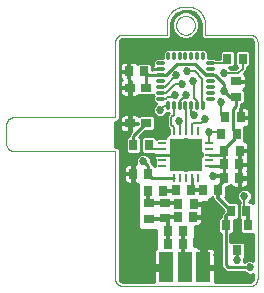
<source format=gtl>
G75*
%MOIN*%
%OFA0B0*%
%FSLAX25Y25*%
%IPPOS*%
%LPD*%
%AMOC8*
5,1,8,0,0,1.08239X$1,22.5*
%
%ADD10C,0.00000*%
%ADD11R,0.10630X0.10630*%
%ADD12R,0.02756X0.00984*%
%ADD13R,0.00984X0.02756*%
%ADD14R,0.02756X0.03543*%
%ADD15R,0.03543X0.02756*%
%ADD16R,0.03425X0.03071*%
%ADD17R,0.05000X0.10000*%
%ADD18R,0.03150X0.03543*%
%ADD19C,0.01181*%
%ADD20C,0.01000*%
%ADD21C,0.01600*%
%ADD22C,0.02700*%
%ADD23C,0.01200*%
%ADD24C,0.00800*%
D10*
X0060095Y0064000D02*
X0060095Y0106500D01*
X0026345Y0106500D01*
X0026247Y0106502D01*
X0026149Y0106508D01*
X0026051Y0106517D01*
X0025954Y0106531D01*
X0025857Y0106548D01*
X0025761Y0106569D01*
X0025666Y0106594D01*
X0025572Y0106622D01*
X0025480Y0106655D01*
X0025388Y0106690D01*
X0025298Y0106730D01*
X0025210Y0106772D01*
X0025123Y0106819D01*
X0025039Y0106868D01*
X0024956Y0106921D01*
X0024876Y0106977D01*
X0024797Y0107037D01*
X0024721Y0107099D01*
X0024648Y0107164D01*
X0024577Y0107232D01*
X0024509Y0107303D01*
X0024444Y0107376D01*
X0024382Y0107452D01*
X0024322Y0107531D01*
X0024266Y0107611D01*
X0024213Y0107694D01*
X0024164Y0107778D01*
X0024117Y0107865D01*
X0024075Y0107953D01*
X0024035Y0108043D01*
X0024000Y0108135D01*
X0023967Y0108227D01*
X0023939Y0108321D01*
X0023914Y0108416D01*
X0023893Y0108512D01*
X0023876Y0108609D01*
X0023862Y0108706D01*
X0023853Y0108804D01*
X0023847Y0108902D01*
X0023845Y0109000D01*
X0023845Y0115250D01*
X0023847Y0115348D01*
X0023853Y0115446D01*
X0023862Y0115544D01*
X0023876Y0115641D01*
X0023893Y0115738D01*
X0023914Y0115834D01*
X0023939Y0115929D01*
X0023967Y0116023D01*
X0024000Y0116115D01*
X0024035Y0116207D01*
X0024075Y0116297D01*
X0024117Y0116385D01*
X0024164Y0116472D01*
X0024213Y0116556D01*
X0024266Y0116639D01*
X0024322Y0116719D01*
X0024382Y0116798D01*
X0024444Y0116874D01*
X0024509Y0116947D01*
X0024577Y0117018D01*
X0024648Y0117086D01*
X0024721Y0117151D01*
X0024797Y0117213D01*
X0024876Y0117273D01*
X0024956Y0117329D01*
X0025039Y0117382D01*
X0025123Y0117431D01*
X0025210Y0117478D01*
X0025298Y0117520D01*
X0025388Y0117560D01*
X0025480Y0117595D01*
X0025572Y0117628D01*
X0025666Y0117656D01*
X0025761Y0117681D01*
X0025857Y0117702D01*
X0025954Y0117719D01*
X0026051Y0117733D01*
X0026149Y0117742D01*
X0026247Y0117748D01*
X0026345Y0117750D01*
X0060095Y0117750D01*
X0060095Y0142750D01*
X0060097Y0142848D01*
X0060103Y0142946D01*
X0060112Y0143044D01*
X0060126Y0143141D01*
X0060143Y0143238D01*
X0060164Y0143334D01*
X0060189Y0143429D01*
X0060217Y0143523D01*
X0060250Y0143615D01*
X0060285Y0143707D01*
X0060325Y0143797D01*
X0060367Y0143885D01*
X0060414Y0143972D01*
X0060463Y0144056D01*
X0060516Y0144139D01*
X0060572Y0144219D01*
X0060632Y0144298D01*
X0060694Y0144374D01*
X0060759Y0144447D01*
X0060827Y0144518D01*
X0060898Y0144586D01*
X0060971Y0144651D01*
X0061047Y0144713D01*
X0061126Y0144773D01*
X0061206Y0144829D01*
X0061289Y0144882D01*
X0061373Y0144931D01*
X0061460Y0144978D01*
X0061548Y0145020D01*
X0061638Y0145060D01*
X0061730Y0145095D01*
X0061822Y0145128D01*
X0061916Y0145156D01*
X0062011Y0145181D01*
X0062107Y0145202D01*
X0062204Y0145219D01*
X0062301Y0145233D01*
X0062399Y0145242D01*
X0062497Y0145248D01*
X0062595Y0145250D01*
X0077283Y0145250D01*
X0077283Y0148183D01*
X0077282Y0148182D02*
X0077272Y0148334D01*
X0077266Y0148485D01*
X0077264Y0148637D01*
X0077266Y0148789D01*
X0077271Y0148941D01*
X0077280Y0149092D01*
X0077293Y0149243D01*
X0077310Y0149394D01*
X0077331Y0149545D01*
X0077356Y0149695D01*
X0077384Y0149844D01*
X0077416Y0149992D01*
X0077452Y0150140D01*
X0077491Y0150286D01*
X0077535Y0150432D01*
X0077582Y0150576D01*
X0077632Y0150719D01*
X0077686Y0150861D01*
X0077744Y0151001D01*
X0077805Y0151140D01*
X0077870Y0151277D01*
X0077939Y0151413D01*
X0078010Y0151547D01*
X0078085Y0151679D01*
X0078164Y0151809D01*
X0078245Y0151937D01*
X0078330Y0152063D01*
X0078418Y0152186D01*
X0078509Y0152308D01*
X0078603Y0152427D01*
X0078701Y0152544D01*
X0078801Y0152658D01*
X0078904Y0152769D01*
X0079009Y0152878D01*
X0079118Y0152984D01*
X0079229Y0153088D01*
X0079343Y0153188D01*
X0079459Y0153286D01*
X0079577Y0153381D01*
X0079698Y0153473D01*
X0079822Y0153561D01*
X0079947Y0153647D01*
X0080075Y0153729D01*
X0080204Y0153808D01*
X0080336Y0153883D01*
X0080469Y0153956D01*
X0080605Y0154025D01*
X0080742Y0154090D01*
X0080880Y0154152D01*
X0081020Y0154210D01*
X0081162Y0154265D01*
X0081305Y0154316D01*
X0081449Y0154364D01*
X0081594Y0154408D01*
X0081741Y0154448D01*
X0081888Y0154485D01*
X0082036Y0154518D01*
X0082185Y0154547D01*
X0082335Y0154572D01*
X0082485Y0154593D01*
X0082636Y0154611D01*
X0082787Y0154625D01*
X0084151Y0154625D01*
X0084302Y0154627D01*
X0084454Y0154625D01*
X0084605Y0154619D01*
X0084757Y0154610D01*
X0084908Y0154596D01*
X0085058Y0154578D01*
X0085208Y0154556D01*
X0085358Y0154531D01*
X0085506Y0154501D01*
X0085654Y0154468D01*
X0085801Y0154431D01*
X0085947Y0154390D01*
X0086092Y0154345D01*
X0086235Y0154296D01*
X0086378Y0154244D01*
X0086518Y0154188D01*
X0086658Y0154128D01*
X0086795Y0154065D01*
X0086931Y0153998D01*
X0087066Y0153928D01*
X0087198Y0153854D01*
X0087328Y0153776D01*
X0087457Y0153695D01*
X0087583Y0153611D01*
X0087706Y0153524D01*
X0087828Y0153433D01*
X0087947Y0153340D01*
X0088064Y0153243D01*
X0088178Y0153143D01*
X0088289Y0153040D01*
X0088398Y0152934D01*
X0088504Y0152826D01*
X0088607Y0152715D01*
X0088707Y0152601D01*
X0088804Y0152484D01*
X0088898Y0152365D01*
X0088988Y0152244D01*
X0089076Y0152120D01*
X0089160Y0151994D01*
X0089241Y0151866D01*
X0089319Y0151736D01*
X0089393Y0151604D01*
X0089464Y0151470D01*
X0089531Y0151334D01*
X0089595Y0151196D01*
X0089654Y0151057D01*
X0089711Y0150916D01*
X0089763Y0150774D01*
X0089812Y0150631D01*
X0089857Y0150486D01*
X0089898Y0150340D01*
X0089936Y0150193D01*
X0089970Y0150045D01*
X0089999Y0149897D01*
X0090025Y0149747D01*
X0090047Y0149597D01*
X0090065Y0149447D01*
X0090079Y0149296D01*
X0090089Y0149145D01*
X0090095Y0148993D01*
X0090095Y0145250D01*
X0105095Y0145250D01*
X0105193Y0145248D01*
X0105291Y0145242D01*
X0105389Y0145233D01*
X0105486Y0145219D01*
X0105583Y0145202D01*
X0105679Y0145181D01*
X0105774Y0145156D01*
X0105868Y0145128D01*
X0105960Y0145095D01*
X0106052Y0145060D01*
X0106142Y0145020D01*
X0106230Y0144978D01*
X0106317Y0144931D01*
X0106401Y0144882D01*
X0106484Y0144829D01*
X0106564Y0144773D01*
X0106643Y0144713D01*
X0106719Y0144651D01*
X0106792Y0144586D01*
X0106863Y0144518D01*
X0106931Y0144447D01*
X0106996Y0144374D01*
X0107058Y0144298D01*
X0107118Y0144219D01*
X0107174Y0144139D01*
X0107227Y0144056D01*
X0107276Y0143972D01*
X0107323Y0143885D01*
X0107365Y0143797D01*
X0107405Y0143707D01*
X0107440Y0143615D01*
X0107473Y0143523D01*
X0107501Y0143429D01*
X0107526Y0143334D01*
X0107547Y0143238D01*
X0107564Y0143141D01*
X0107578Y0143044D01*
X0107587Y0142946D01*
X0107593Y0142848D01*
X0107595Y0142750D01*
X0107595Y0063989D01*
X0107596Y0063990D02*
X0107593Y0063891D01*
X0107587Y0063793D01*
X0107576Y0063695D01*
X0107562Y0063598D01*
X0107544Y0063502D01*
X0107522Y0063406D01*
X0107497Y0063311D01*
X0107467Y0063217D01*
X0107435Y0063124D01*
X0107398Y0063033D01*
X0107358Y0062943D01*
X0107315Y0062855D01*
X0107268Y0062769D01*
X0107217Y0062684D01*
X0107164Y0062602D01*
X0107107Y0062522D01*
X0107047Y0062444D01*
X0106984Y0062368D01*
X0106919Y0062295D01*
X0106850Y0062225D01*
X0106779Y0062157D01*
X0106705Y0062092D01*
X0106629Y0062030D01*
X0106550Y0061971D01*
X0106469Y0061915D01*
X0106386Y0061863D01*
X0106301Y0061814D01*
X0106214Y0061768D01*
X0106125Y0061725D01*
X0106035Y0061686D01*
X0105944Y0061651D01*
X0105851Y0061619D01*
X0105756Y0061591D01*
X0105661Y0061567D01*
X0105565Y0061546D01*
X0105468Y0061529D01*
X0105371Y0061516D01*
X0105273Y0061507D01*
X0105175Y0061502D01*
X0105077Y0061500D01*
X0105076Y0061500D02*
X0062595Y0061500D01*
X0062497Y0061502D01*
X0062399Y0061508D01*
X0062301Y0061517D01*
X0062204Y0061531D01*
X0062107Y0061548D01*
X0062011Y0061569D01*
X0061916Y0061594D01*
X0061822Y0061622D01*
X0061730Y0061655D01*
X0061638Y0061690D01*
X0061548Y0061730D01*
X0061460Y0061772D01*
X0061373Y0061819D01*
X0061289Y0061868D01*
X0061206Y0061921D01*
X0061126Y0061977D01*
X0061047Y0062037D01*
X0060971Y0062099D01*
X0060898Y0062164D01*
X0060827Y0062232D01*
X0060759Y0062303D01*
X0060694Y0062376D01*
X0060632Y0062452D01*
X0060572Y0062531D01*
X0060516Y0062611D01*
X0060463Y0062694D01*
X0060414Y0062778D01*
X0060367Y0062865D01*
X0060325Y0062953D01*
X0060285Y0063043D01*
X0060250Y0063135D01*
X0060217Y0063227D01*
X0060189Y0063321D01*
X0060164Y0063416D01*
X0060143Y0063512D01*
X0060126Y0063609D01*
X0060112Y0063706D01*
X0060103Y0063804D01*
X0060097Y0063902D01*
X0060095Y0064000D01*
X0080470Y0148388D02*
X0080472Y0148500D01*
X0080478Y0148611D01*
X0080488Y0148722D01*
X0080502Y0148833D01*
X0080520Y0148943D01*
X0080541Y0149052D01*
X0080567Y0149161D01*
X0080597Y0149268D01*
X0080630Y0149375D01*
X0080667Y0149480D01*
X0080708Y0149584D01*
X0080752Y0149686D01*
X0080801Y0149787D01*
X0080852Y0149886D01*
X0080907Y0149983D01*
X0080966Y0150078D01*
X0081028Y0150170D01*
X0081093Y0150261D01*
X0081162Y0150349D01*
X0081233Y0150434D01*
X0081308Y0150517D01*
X0081385Y0150598D01*
X0081466Y0150675D01*
X0081549Y0150750D01*
X0081634Y0150821D01*
X0081722Y0150890D01*
X0081813Y0150955D01*
X0081905Y0151017D01*
X0082000Y0151076D01*
X0082097Y0151131D01*
X0082196Y0151182D01*
X0082297Y0151231D01*
X0082399Y0151275D01*
X0082503Y0151316D01*
X0082608Y0151353D01*
X0082715Y0151386D01*
X0082822Y0151416D01*
X0082931Y0151442D01*
X0083040Y0151463D01*
X0083150Y0151481D01*
X0083261Y0151495D01*
X0083372Y0151505D01*
X0083483Y0151511D01*
X0083595Y0151513D01*
X0083707Y0151511D01*
X0083818Y0151505D01*
X0083929Y0151495D01*
X0084040Y0151481D01*
X0084150Y0151463D01*
X0084259Y0151442D01*
X0084368Y0151416D01*
X0084475Y0151386D01*
X0084582Y0151353D01*
X0084687Y0151316D01*
X0084791Y0151275D01*
X0084893Y0151231D01*
X0084994Y0151182D01*
X0085093Y0151131D01*
X0085190Y0151076D01*
X0085285Y0151017D01*
X0085377Y0150955D01*
X0085468Y0150890D01*
X0085556Y0150821D01*
X0085641Y0150750D01*
X0085724Y0150675D01*
X0085805Y0150598D01*
X0085882Y0150517D01*
X0085957Y0150434D01*
X0086028Y0150349D01*
X0086097Y0150261D01*
X0086162Y0150170D01*
X0086224Y0150078D01*
X0086283Y0149983D01*
X0086338Y0149886D01*
X0086389Y0149787D01*
X0086438Y0149686D01*
X0086482Y0149584D01*
X0086523Y0149480D01*
X0086560Y0149375D01*
X0086593Y0149268D01*
X0086623Y0149161D01*
X0086649Y0149052D01*
X0086670Y0148943D01*
X0086688Y0148833D01*
X0086702Y0148722D01*
X0086712Y0148611D01*
X0086718Y0148500D01*
X0086720Y0148388D01*
X0086718Y0148276D01*
X0086712Y0148165D01*
X0086702Y0148054D01*
X0086688Y0147943D01*
X0086670Y0147833D01*
X0086649Y0147724D01*
X0086623Y0147615D01*
X0086593Y0147508D01*
X0086560Y0147401D01*
X0086523Y0147296D01*
X0086482Y0147192D01*
X0086438Y0147090D01*
X0086389Y0146989D01*
X0086338Y0146890D01*
X0086283Y0146793D01*
X0086224Y0146698D01*
X0086162Y0146606D01*
X0086097Y0146515D01*
X0086028Y0146427D01*
X0085957Y0146342D01*
X0085882Y0146259D01*
X0085805Y0146178D01*
X0085724Y0146101D01*
X0085641Y0146026D01*
X0085556Y0145955D01*
X0085468Y0145886D01*
X0085377Y0145821D01*
X0085285Y0145759D01*
X0085190Y0145700D01*
X0085093Y0145645D01*
X0084994Y0145594D01*
X0084893Y0145545D01*
X0084791Y0145501D01*
X0084687Y0145460D01*
X0084582Y0145423D01*
X0084475Y0145390D01*
X0084368Y0145360D01*
X0084259Y0145334D01*
X0084150Y0145313D01*
X0084040Y0145295D01*
X0083929Y0145281D01*
X0083818Y0145271D01*
X0083707Y0145265D01*
X0083595Y0145263D01*
X0083483Y0145265D01*
X0083372Y0145271D01*
X0083261Y0145281D01*
X0083150Y0145295D01*
X0083040Y0145313D01*
X0082931Y0145334D01*
X0082822Y0145360D01*
X0082715Y0145390D01*
X0082608Y0145423D01*
X0082503Y0145460D01*
X0082399Y0145501D01*
X0082297Y0145545D01*
X0082196Y0145594D01*
X0082097Y0145645D01*
X0082000Y0145700D01*
X0081905Y0145759D01*
X0081813Y0145821D01*
X0081722Y0145886D01*
X0081634Y0145955D01*
X0081549Y0146026D01*
X0081466Y0146101D01*
X0081385Y0146178D01*
X0081308Y0146259D01*
X0081233Y0146342D01*
X0081162Y0146427D01*
X0081093Y0146515D01*
X0081028Y0146606D01*
X0080966Y0146698D01*
X0080907Y0146793D01*
X0080852Y0146890D01*
X0080801Y0146989D01*
X0080752Y0147090D01*
X0080708Y0147192D01*
X0080667Y0147296D01*
X0080630Y0147401D01*
X0080597Y0147508D01*
X0080567Y0147615D01*
X0080541Y0147724D01*
X0080520Y0147833D01*
X0080502Y0147943D01*
X0080488Y0148054D01*
X0080478Y0148165D01*
X0080472Y0148276D01*
X0080470Y0148388D01*
D11*
X0083648Y0105329D03*
D12*
X0075892Y0105329D03*
X0075892Y0107297D03*
X0075892Y0109266D03*
X0075892Y0103360D03*
X0075892Y0101392D03*
X0091404Y0101392D03*
X0091404Y0103360D03*
X0091404Y0105329D03*
X0091404Y0107297D03*
X0091404Y0109266D03*
D13*
X0087585Y0113085D03*
X0085617Y0113085D03*
X0083648Y0113085D03*
X0081680Y0113085D03*
X0079711Y0113085D03*
X0079711Y0097573D03*
X0081680Y0097573D03*
X0083648Y0097573D03*
X0085617Y0097573D03*
X0087585Y0097573D03*
D14*
X0089338Y0093584D03*
X0085457Y0093535D03*
X0086263Y0088862D03*
X0086091Y0084589D03*
X0082852Y0079893D03*
X0082704Y0075538D03*
X0077586Y0075538D03*
X0077734Y0079893D03*
X0080973Y0084589D03*
X0081145Y0088862D03*
X0080339Y0093535D03*
X0076177Y0093247D03*
X0071059Y0093247D03*
X0071188Y0098927D03*
X0066070Y0098927D03*
X0066241Y0108522D03*
X0071360Y0108522D03*
X0069842Y0133063D03*
X0064724Y0133063D03*
X0094456Y0093584D03*
X0096330Y0097509D03*
X0096355Y0102132D03*
X0096530Y0106575D03*
X0095543Y0112258D03*
X0096911Y0117750D03*
X0100661Y0112258D03*
X0101648Y0106575D03*
X0101473Y0102132D03*
X0101448Y0097509D03*
X0103904Y0086500D03*
X0098786Y0086500D03*
X0102029Y0117750D03*
X0102617Y0137263D03*
X0097499Y0137263D03*
D15*
X0100408Y0129684D03*
X0100408Y0124566D03*
X0076826Y0089322D03*
X0076826Y0084204D03*
X0071395Y0083916D03*
X0071395Y0089034D03*
D16*
X0070442Y0115722D03*
X0065088Y0115722D03*
X0065088Y0127652D03*
X0070442Y0127652D03*
D17*
X0076920Y0067675D03*
X0083258Y0067725D03*
X0089570Y0067675D03*
D18*
X0096967Y0081712D03*
X0100708Y0073444D03*
X0104448Y0081712D03*
D19*
X0089485Y0120823D02*
X0089485Y0122399D01*
X0089485Y0120823D02*
X0089485Y0120823D01*
X0089485Y0122399D01*
X0089485Y0122399D01*
X0089485Y0122003D02*
X0089485Y0122003D01*
X0087516Y0122399D02*
X0087516Y0120823D01*
X0087516Y0120823D01*
X0087516Y0122399D01*
X0087516Y0122399D01*
X0087516Y0122003D02*
X0087516Y0122003D01*
X0085548Y0122399D02*
X0085548Y0120823D01*
X0085548Y0120823D01*
X0085548Y0122399D01*
X0085548Y0122399D01*
X0085548Y0122003D02*
X0085548Y0122003D01*
X0083579Y0122399D02*
X0083579Y0120823D01*
X0083579Y0120823D01*
X0083579Y0122399D01*
X0083579Y0122399D01*
X0083579Y0122003D02*
X0083579Y0122003D01*
X0081611Y0122399D02*
X0081611Y0120823D01*
X0081611Y0120823D01*
X0081611Y0122399D01*
X0081611Y0122399D01*
X0081611Y0122003D02*
X0081611Y0122003D01*
X0079642Y0122399D02*
X0079642Y0120823D01*
X0079642Y0120823D01*
X0079642Y0122399D01*
X0079642Y0122399D01*
X0079642Y0122003D02*
X0079642Y0122003D01*
X0077674Y0122399D02*
X0077674Y0120823D01*
X0077674Y0120823D01*
X0077674Y0122399D01*
X0077674Y0122399D01*
X0077674Y0122003D02*
X0077674Y0122003D01*
X0076100Y0123973D02*
X0074524Y0123973D01*
X0074524Y0123973D01*
X0076100Y0123973D01*
X0076100Y0123973D01*
X0076100Y0125941D02*
X0074524Y0125941D01*
X0074524Y0125941D01*
X0076100Y0125941D01*
X0076100Y0125941D01*
X0076100Y0127910D02*
X0074524Y0127910D01*
X0074524Y0127910D01*
X0076100Y0127910D01*
X0076100Y0127910D01*
X0076100Y0129878D02*
X0074524Y0129878D01*
X0074524Y0129878D01*
X0076100Y0129878D01*
X0076100Y0129878D01*
X0076100Y0131847D02*
X0074524Y0131847D01*
X0074524Y0131847D01*
X0076100Y0131847D01*
X0076100Y0131847D01*
X0076100Y0133815D02*
X0074524Y0133815D01*
X0074524Y0133815D01*
X0076100Y0133815D01*
X0076100Y0133815D01*
X0076100Y0135784D02*
X0074524Y0135784D01*
X0074524Y0135784D01*
X0076100Y0135784D01*
X0076100Y0135784D01*
X0077674Y0137358D02*
X0077674Y0138934D01*
X0077674Y0138934D01*
X0077674Y0137358D01*
X0077674Y0137358D01*
X0077674Y0138538D02*
X0077674Y0138538D01*
X0079642Y0138934D02*
X0079642Y0137358D01*
X0079642Y0138934D02*
X0079642Y0138934D01*
X0079642Y0137358D01*
X0079642Y0137358D01*
X0079642Y0138538D02*
X0079642Y0138538D01*
X0081611Y0138934D02*
X0081611Y0137358D01*
X0081611Y0138934D02*
X0081611Y0138934D01*
X0081611Y0137358D01*
X0081611Y0137358D01*
X0081611Y0138538D02*
X0081611Y0138538D01*
X0083579Y0138934D02*
X0083579Y0137358D01*
X0083579Y0138934D02*
X0083579Y0138934D01*
X0083579Y0137358D01*
X0083579Y0137358D01*
X0083579Y0138538D02*
X0083579Y0138538D01*
X0085548Y0138934D02*
X0085548Y0137358D01*
X0085548Y0138934D02*
X0085548Y0138934D01*
X0085548Y0137358D01*
X0085548Y0137358D01*
X0085548Y0138538D02*
X0085548Y0138538D01*
X0087516Y0138934D02*
X0087516Y0137358D01*
X0087516Y0138934D02*
X0087516Y0138934D01*
X0087516Y0137358D01*
X0087516Y0137358D01*
X0087516Y0138538D02*
X0087516Y0138538D01*
X0089485Y0138934D02*
X0089485Y0137358D01*
X0089485Y0138934D02*
X0089485Y0138934D01*
X0089485Y0137358D01*
X0089485Y0137358D01*
X0089485Y0138538D02*
X0089485Y0138538D01*
X0091059Y0135784D02*
X0092635Y0135784D01*
X0092635Y0135784D01*
X0091059Y0135784D01*
X0091059Y0135784D01*
X0091059Y0133815D02*
X0092635Y0133815D01*
X0092635Y0133815D01*
X0091059Y0133815D01*
X0091059Y0133815D01*
X0091059Y0131847D02*
X0092635Y0131847D01*
X0092635Y0131847D01*
X0091059Y0131847D01*
X0091059Y0131847D01*
X0091059Y0129878D02*
X0092635Y0129878D01*
X0092635Y0129878D01*
X0091059Y0129878D01*
X0091059Y0129878D01*
X0091059Y0127910D02*
X0092635Y0127910D01*
X0092635Y0127910D01*
X0091059Y0127910D01*
X0091059Y0127910D01*
X0091059Y0125941D02*
X0092635Y0125941D01*
X0092635Y0125941D01*
X0091059Y0125941D01*
X0091059Y0125941D01*
X0091059Y0123973D02*
X0092635Y0123973D01*
X0092635Y0123973D01*
X0091059Y0123973D01*
X0091059Y0123973D01*
D20*
X0096345Y0126500D02*
X0096345Y0129000D01*
X0093498Y0131847D01*
X0091847Y0131847D01*
X0090311Y0131847D01*
X0086670Y0135488D01*
X0080588Y0135488D01*
X0076947Y0131847D01*
X0075312Y0131847D01*
X0071057Y0131847D01*
X0069842Y0133063D01*
X0070442Y0132462D01*
X0070442Y0127652D01*
X0072834Y0125240D02*
X0073118Y0124957D01*
X0072834Y0124673D01*
X0072834Y0123272D01*
X0073758Y0122348D01*
X0073707Y0122327D01*
X0073018Y0121638D01*
X0072645Y0120737D01*
X0072645Y0119763D01*
X0073018Y0118862D01*
X0073707Y0118173D01*
X0074608Y0117800D01*
X0075582Y0117800D01*
X0076483Y0118173D01*
X0077172Y0118862D01*
X0077284Y0119133D01*
X0078106Y0119133D01*
X0077345Y0118371D01*
X0077345Y0114629D01*
X0078119Y0113855D01*
X0078119Y0112139D01*
X0077754Y0112041D01*
X0077412Y0111844D01*
X0077133Y0111565D01*
X0076936Y0111223D01*
X0076838Y0110858D01*
X0074059Y0110858D01*
X0073837Y0110637D01*
X0073837Y0110750D01*
X0073193Y0111394D01*
X0069526Y0111394D01*
X0068882Y0110750D01*
X0068882Y0106295D01*
X0069526Y0105651D01*
X0073014Y0105651D01*
X0073014Y0105329D01*
X0075892Y0105329D01*
X0075892Y0105329D01*
X0073014Y0105329D01*
X0073014Y0104639D01*
X0073117Y0104258D01*
X0073314Y0103916D01*
X0073414Y0103815D01*
X0073414Y0102412D01*
X0073451Y0102376D01*
X0073414Y0102339D01*
X0073414Y0101405D01*
X0073021Y0101798D01*
X0072788Y0101798D01*
X0072788Y0102008D01*
X0071970Y0102825D01*
X0071970Y0103500D01*
X0071597Y0104400D01*
X0070908Y0105090D01*
X0070007Y0105462D01*
X0069033Y0105462D01*
X0068132Y0105090D01*
X0067443Y0104400D01*
X0067070Y0103500D01*
X0067070Y0102525D01*
X0067206Y0102198D01*
X0066259Y0102198D01*
X0066259Y0099116D01*
X0065881Y0099116D01*
X0065881Y0102198D01*
X0064494Y0102198D01*
X0064113Y0102096D01*
X0063771Y0101899D01*
X0063491Y0101619D01*
X0063294Y0101277D01*
X0063192Y0100896D01*
X0063192Y0099116D01*
X0065880Y0099116D01*
X0065880Y0098738D01*
X0063192Y0098738D01*
X0063192Y0096957D01*
X0063294Y0096576D01*
X0063491Y0096234D01*
X0063771Y0095955D01*
X0064113Y0095757D01*
X0064494Y0095655D01*
X0065881Y0095655D01*
X0065881Y0098738D01*
X0066259Y0098738D01*
X0066259Y0095655D01*
X0067595Y0095655D01*
X0067595Y0064000D01*
X0072920Y0064000D01*
X0072920Y0063000D01*
X0062595Y0063000D01*
X0062336Y0063034D01*
X0061888Y0063293D01*
X0061629Y0063741D01*
X0061595Y0064000D01*
X0061595Y0107121D01*
X0060716Y0108000D01*
X0060095Y0108000D01*
X0060095Y0116250D01*
X0060716Y0116250D01*
X0061595Y0117129D01*
X0061595Y0142750D01*
X0061629Y0143009D01*
X0061888Y0143457D01*
X0062336Y0143716D01*
X0062595Y0143750D01*
X0077904Y0143750D01*
X0078783Y0144629D01*
X0078783Y0147629D01*
X0078827Y0147681D01*
X0078783Y0148241D01*
X0078783Y0148532D01*
X0078796Y0149180D01*
X0079338Y0150847D01*
X0080476Y0152180D01*
X0082038Y0152975D01*
X0082879Y0153125D01*
X0083553Y0153125D01*
X0083570Y0153109D01*
X0084171Y0153125D01*
X0084199Y0153125D01*
X0085030Y0153066D01*
X0086593Y0152467D01*
X0087809Y0151316D01*
X0088491Y0149787D01*
X0088595Y0148957D01*
X0088595Y0144629D01*
X0089474Y0143750D01*
X0105095Y0143750D01*
X0105354Y0143716D01*
X0105802Y0143457D01*
X0106061Y0143009D01*
X0106095Y0142750D01*
X0106095Y0089014D01*
X0105738Y0089372D01*
X0104720Y0089372D01*
X0104720Y0089535D01*
X0105297Y0090112D01*
X0105670Y0091013D01*
X0105670Y0091987D01*
X0105297Y0092888D01*
X0104608Y0093577D01*
X0103707Y0093950D01*
X0102733Y0093950D01*
X0101832Y0093577D01*
X0101143Y0092888D01*
X0100770Y0091987D01*
X0100770Y0091013D01*
X0101143Y0090112D01*
X0101720Y0089535D01*
X0101720Y0089021D01*
X0101426Y0088727D01*
X0101426Y0084273D01*
X0101773Y0083926D01*
X0101773Y0079485D01*
X0102417Y0078840D01*
X0106095Y0078840D01*
X0106095Y0069988D01*
X0105582Y0070200D01*
X0104608Y0070200D01*
X0103707Y0069827D01*
X0103230Y0069350D01*
X0102982Y0069350D01*
X0103158Y0069775D01*
X0103158Y0070750D01*
X0103087Y0070921D01*
X0103382Y0071217D01*
X0103382Y0075672D01*
X0102738Y0076316D01*
X0098677Y0076316D01*
X0098567Y0076206D01*
X0098567Y0078840D01*
X0098998Y0078840D01*
X0099642Y0079485D01*
X0099642Y0083628D01*
X0100620Y0083628D01*
X0101264Y0084273D01*
X0101264Y0088727D01*
X0100620Y0089372D01*
X0098319Y0089372D01*
X0096634Y0091056D01*
X0096934Y0091356D01*
X0096934Y0094637D01*
X0098164Y0094637D01*
X0098677Y0095150D01*
X0098870Y0094816D01*
X0099149Y0094537D01*
X0099491Y0094339D01*
X0099873Y0094237D01*
X0101259Y0094237D01*
X0101259Y0097320D01*
X0101637Y0097320D01*
X0101637Y0097698D01*
X0101259Y0097698D01*
X0101259Y0098861D01*
X0101284Y0098861D01*
X0101284Y0101943D01*
X0101662Y0101943D01*
X0101662Y0100780D01*
X0101637Y0100780D01*
X0101637Y0097698D01*
X0104326Y0097698D01*
X0104326Y0099478D01*
X0104246Y0099777D01*
X0104249Y0099782D01*
X0104351Y0100163D01*
X0104351Y0101943D01*
X0101662Y0101943D01*
X0101662Y0102321D01*
X0104351Y0102321D01*
X0104351Y0104098D01*
X0104424Y0104224D01*
X0104526Y0104606D01*
X0104526Y0106386D01*
X0101837Y0106386D01*
X0101837Y0105404D01*
X0101662Y0105404D01*
X0101662Y0102321D01*
X0101284Y0102321D01*
X0101284Y0103303D01*
X0101459Y0103303D01*
X0101459Y0106386D01*
X0101837Y0106386D01*
X0101837Y0106764D01*
X0104526Y0106764D01*
X0104526Y0108544D01*
X0104424Y0108926D01*
X0104226Y0109268D01*
X0103947Y0109547D01*
X0103605Y0109744D01*
X0103224Y0109847D01*
X0102955Y0109847D01*
X0103139Y0110031D01*
X0103139Y0114478D01*
X0103605Y0114478D01*
X0103986Y0114581D01*
X0104328Y0114778D01*
X0104607Y0115057D01*
X0104805Y0115399D01*
X0104907Y0115781D01*
X0104907Y0117561D01*
X0102218Y0117561D01*
X0102218Y0117939D01*
X0101840Y0117939D01*
X0101840Y0120670D01*
X0102008Y0120837D01*
X0102008Y0122088D01*
X0102635Y0122088D01*
X0103279Y0122732D01*
X0103279Y0126400D01*
X0102766Y0126913D01*
X0103100Y0127106D01*
X0103380Y0127385D01*
X0103577Y0127727D01*
X0103679Y0128109D01*
X0103679Y0129495D01*
X0100597Y0129495D01*
X0100597Y0129873D01*
X0103679Y0129873D01*
X0103679Y0131259D01*
X0103577Y0131641D01*
X0103380Y0131983D01*
X0103100Y0132262D01*
X0103023Y0132307D01*
X0103216Y0132500D01*
X0104095Y0133379D01*
X0104095Y0134391D01*
X0104450Y0134391D01*
X0105095Y0135035D01*
X0105095Y0139490D01*
X0104450Y0140134D01*
X0100783Y0140134D01*
X0100139Y0139490D01*
X0100139Y0135035D01*
X0100783Y0134391D01*
X0100865Y0134391D01*
X0100399Y0133925D01*
X0098435Y0133925D01*
X0097969Y0134391D01*
X0099332Y0134391D01*
X0099977Y0135035D01*
X0099977Y0139490D01*
X0099332Y0140134D01*
X0095665Y0140134D01*
X0095021Y0139490D01*
X0095021Y0137284D01*
X0093525Y0137284D01*
X0093335Y0137474D01*
X0091175Y0137474D01*
X0091175Y0139634D01*
X0090185Y0140624D01*
X0088785Y0140624D01*
X0088501Y0140340D01*
X0088217Y0140624D01*
X0086816Y0140624D01*
X0086532Y0140340D01*
X0086248Y0140624D01*
X0084848Y0140624D01*
X0084564Y0140340D01*
X0084280Y0140624D01*
X0082879Y0140624D01*
X0082595Y0140340D01*
X0082311Y0140624D01*
X0080911Y0140624D01*
X0080627Y0140340D01*
X0080343Y0140624D01*
X0078942Y0140624D01*
X0078658Y0140340D01*
X0078374Y0140624D01*
X0076974Y0140624D01*
X0075983Y0139634D01*
X0075983Y0137474D01*
X0073824Y0137474D01*
X0072834Y0136484D01*
X0072834Y0135084D01*
X0072839Y0135078D01*
X0072576Y0134622D01*
X0072434Y0134090D01*
X0072434Y0133815D01*
X0072434Y0133540D01*
X0072459Y0133447D01*
X0072320Y0133447D01*
X0072320Y0135290D01*
X0071675Y0135934D01*
X0068008Y0135934D01*
X0067495Y0135421D01*
X0067302Y0135755D01*
X0067023Y0136034D01*
X0066681Y0136232D01*
X0066299Y0136334D01*
X0064913Y0136334D01*
X0064913Y0133252D01*
X0064535Y0133252D01*
X0064535Y0136334D01*
X0063148Y0136334D01*
X0062767Y0136232D01*
X0062425Y0136034D01*
X0062145Y0135755D01*
X0061948Y0135413D01*
X0061846Y0135032D01*
X0061846Y0133251D01*
X0064535Y0133251D01*
X0064535Y0132873D01*
X0064913Y0132873D01*
X0064913Y0129791D01*
X0065355Y0129791D01*
X0065355Y0127919D01*
X0064820Y0127919D01*
X0064820Y0127384D01*
X0061875Y0127384D01*
X0061875Y0125919D01*
X0061977Y0125537D01*
X0062175Y0125195D01*
X0062454Y0124916D01*
X0062796Y0124718D01*
X0063178Y0124616D01*
X0064820Y0124616D01*
X0064820Y0127384D01*
X0065355Y0127384D01*
X0065355Y0124616D01*
X0066998Y0124616D01*
X0067379Y0124718D01*
X0067721Y0124916D01*
X0068001Y0125195D01*
X0068035Y0125255D01*
X0068274Y0125016D01*
X0072610Y0125016D01*
X0072834Y0125240D01*
X0072834Y0124406D02*
X0061595Y0124406D01*
X0061595Y0123408D02*
X0072834Y0123408D01*
X0073697Y0122409D02*
X0061595Y0122409D01*
X0061595Y0121411D02*
X0072924Y0121411D01*
X0072645Y0120412D02*
X0061595Y0120412D01*
X0061595Y0119414D02*
X0072790Y0119414D01*
X0072610Y0118358D02*
X0068274Y0118358D01*
X0068035Y0118119D01*
X0068001Y0118179D01*
X0067721Y0118458D01*
X0067379Y0118656D01*
X0066998Y0118758D01*
X0065355Y0118758D01*
X0065355Y0115990D01*
X0064820Y0115990D01*
X0064820Y0115455D01*
X0061875Y0115455D01*
X0061875Y0113990D01*
X0061977Y0113608D01*
X0062175Y0113266D01*
X0062454Y0112987D01*
X0062796Y0112789D01*
X0063178Y0112687D01*
X0064820Y0112687D01*
X0064820Y0115455D01*
X0065355Y0115455D01*
X0065355Y0112899D01*
X0064641Y0112184D01*
X0064641Y0111394D01*
X0064408Y0111394D01*
X0063763Y0110750D01*
X0063763Y0106295D01*
X0064408Y0105651D01*
X0068075Y0105651D01*
X0068719Y0106295D01*
X0068719Y0110750D01*
X0068226Y0111243D01*
X0070069Y0113087D01*
X0072610Y0113087D01*
X0073255Y0113731D01*
X0073255Y0117714D01*
X0072610Y0118358D01*
X0073465Y0118415D02*
X0067764Y0118415D01*
X0065355Y0118415D02*
X0064820Y0118415D01*
X0064820Y0118758D02*
X0063178Y0118758D01*
X0062796Y0118656D01*
X0062454Y0118458D01*
X0062175Y0118179D01*
X0061977Y0117837D01*
X0061875Y0117455D01*
X0061875Y0115990D01*
X0064820Y0115990D01*
X0064820Y0118758D01*
X0064820Y0117417D02*
X0065355Y0117417D01*
X0065355Y0116418D02*
X0064820Y0116418D01*
X0065356Y0115990D02*
X0067629Y0115990D01*
X0067629Y0115455D01*
X0065356Y0115455D01*
X0065356Y0115990D01*
X0065355Y0115420D02*
X0064820Y0115420D01*
X0064820Y0114421D02*
X0065355Y0114421D01*
X0065355Y0113423D02*
X0064820Y0113423D01*
X0064881Y0112424D02*
X0060095Y0112424D01*
X0060095Y0111426D02*
X0064641Y0111426D01*
X0063763Y0110427D02*
X0060095Y0110427D01*
X0060095Y0109429D02*
X0063763Y0109429D01*
X0063763Y0108430D02*
X0060095Y0108430D01*
X0061285Y0107432D02*
X0063763Y0107432D01*
X0063763Y0106433D02*
X0061595Y0106433D01*
X0061595Y0105434D02*
X0068965Y0105434D01*
X0068882Y0106433D02*
X0068719Y0106433D01*
X0068719Y0107432D02*
X0068882Y0107432D01*
X0068882Y0108430D02*
X0068719Y0108430D01*
X0068719Y0109429D02*
X0068882Y0109429D01*
X0068882Y0110427D02*
X0068719Y0110427D01*
X0068408Y0111426D02*
X0077053Y0111426D01*
X0078119Y0112424D02*
X0069406Y0112424D01*
X0069520Y0114800D02*
X0070442Y0115722D01*
X0066241Y0111522D01*
X0066241Y0108522D01*
X0067479Y0104436D02*
X0061595Y0104436D01*
X0061595Y0103437D02*
X0067070Y0103437D01*
X0067106Y0102439D02*
X0061595Y0102439D01*
X0061595Y0101440D02*
X0063388Y0101440D01*
X0063192Y0100442D02*
X0061595Y0100442D01*
X0061595Y0099443D02*
X0063192Y0099443D01*
X0063192Y0098445D02*
X0061595Y0098445D01*
X0061595Y0097446D02*
X0063192Y0097446D01*
X0063368Y0096448D02*
X0061595Y0096448D01*
X0061595Y0095449D02*
X0067595Y0095449D01*
X0067595Y0094451D02*
X0061595Y0094451D01*
X0061595Y0093452D02*
X0067595Y0093452D01*
X0067595Y0092454D02*
X0061595Y0092454D01*
X0061595Y0091455D02*
X0067595Y0091455D01*
X0067595Y0090457D02*
X0061595Y0090457D01*
X0061595Y0089458D02*
X0067595Y0089458D01*
X0067595Y0088460D02*
X0061595Y0088460D01*
X0061595Y0087461D02*
X0067595Y0087461D01*
X0067595Y0086463D02*
X0061595Y0086463D01*
X0061595Y0085464D02*
X0067595Y0085464D01*
X0067595Y0084466D02*
X0061595Y0084466D01*
X0061595Y0083467D02*
X0067595Y0083467D01*
X0067595Y0082469D02*
X0061595Y0082469D01*
X0061595Y0081470D02*
X0067595Y0081470D01*
X0067595Y0080472D02*
X0061595Y0080472D01*
X0061595Y0079473D02*
X0067595Y0079473D01*
X0067595Y0078475D02*
X0061595Y0078475D01*
X0061595Y0077476D02*
X0067595Y0077476D01*
X0067595Y0076478D02*
X0061595Y0076478D01*
X0061595Y0075479D02*
X0067595Y0075479D01*
X0067595Y0074481D02*
X0061595Y0074481D01*
X0061595Y0073482D02*
X0067595Y0073482D01*
X0067595Y0072484D02*
X0061595Y0072484D01*
X0061595Y0071485D02*
X0067595Y0071485D01*
X0067595Y0070487D02*
X0061595Y0070487D01*
X0061595Y0069488D02*
X0067595Y0069488D01*
X0067595Y0068490D02*
X0061595Y0068490D01*
X0061595Y0067491D02*
X0067595Y0067491D01*
X0067595Y0066493D02*
X0061595Y0066493D01*
X0061595Y0065494D02*
X0067595Y0065494D01*
X0067595Y0064496D02*
X0061595Y0064496D01*
X0061770Y0063497D02*
X0072920Y0063497D01*
X0082852Y0075373D02*
X0082704Y0075520D01*
X0082704Y0075538D01*
X0076538Y0083916D02*
X0076826Y0084204D01*
X0076899Y0084276D01*
X0071683Y0089322D02*
X0071395Y0089034D01*
X0070984Y0089445D01*
X0072541Y0097573D02*
X0071188Y0098927D01*
X0071188Y0101345D01*
X0069520Y0103012D01*
X0070075Y0105434D02*
X0073014Y0105434D01*
X0073069Y0104436D02*
X0071561Y0104436D01*
X0071970Y0103437D02*
X0073414Y0103437D01*
X0073414Y0102439D02*
X0072356Y0102439D01*
X0073379Y0101440D02*
X0073414Y0101440D01*
X0072541Y0097573D02*
X0079711Y0097573D01*
X0080339Y0093535D02*
X0080051Y0093247D01*
X0083148Y0100051D02*
X0083148Y0104829D01*
X0078770Y0104829D01*
X0078770Y0105329D01*
X0075893Y0105329D01*
X0075893Y0105329D01*
X0078770Y0105329D01*
X0078770Y0105829D01*
X0083148Y0105829D01*
X0083148Y0110607D01*
X0084148Y0110607D01*
X0084148Y0105829D01*
X0083148Y0105829D01*
X0083148Y0104829D01*
X0084148Y0104829D01*
X0084148Y0100051D01*
X0083148Y0100051D01*
X0083148Y0100442D02*
X0084148Y0100442D01*
X0084148Y0101440D02*
X0083148Y0101440D01*
X0083148Y0102439D02*
X0084148Y0102439D01*
X0084148Y0103437D02*
X0083148Y0103437D01*
X0083148Y0104436D02*
X0084148Y0104436D01*
X0084148Y0104829D02*
X0088926Y0104829D01*
X0088926Y0105829D01*
X0084148Y0105829D01*
X0084148Y0104829D01*
X0084148Y0105434D02*
X0088926Y0105434D01*
X0091404Y0105329D02*
X0095174Y0105329D01*
X0096345Y0106500D01*
X0096345Y0102750D01*
X0096345Y0101530D01*
X0096355Y0101392D02*
X0096355Y0097534D01*
X0096355Y0096510D01*
X0096330Y0097509D02*
X0096355Y0097534D01*
X0096934Y0094451D02*
X0099298Y0094451D01*
X0101259Y0094451D02*
X0101637Y0094451D01*
X0101637Y0094237D02*
X0103024Y0094237D01*
X0103405Y0094339D01*
X0103747Y0094537D01*
X0104026Y0094816D01*
X0104224Y0095158D01*
X0104326Y0095539D01*
X0104326Y0097320D01*
X0101637Y0097320D01*
X0101637Y0094237D01*
X0101708Y0093452D02*
X0096934Y0093452D01*
X0096934Y0092454D02*
X0100963Y0092454D01*
X0100770Y0091455D02*
X0096934Y0091455D01*
X0097233Y0090457D02*
X0101000Y0090457D01*
X0101720Y0089458D02*
X0098232Y0089458D01*
X0101264Y0088460D02*
X0101426Y0088460D01*
X0101426Y0087461D02*
X0101264Y0087461D01*
X0101264Y0086463D02*
X0101426Y0086463D01*
X0101426Y0085464D02*
X0101264Y0085464D01*
X0101264Y0084466D02*
X0101426Y0084466D01*
X0101773Y0083467D02*
X0099642Y0083467D01*
X0099642Y0082469D02*
X0101773Y0082469D01*
X0101773Y0081470D02*
X0099642Y0081470D01*
X0099642Y0080472D02*
X0101773Y0080472D01*
X0101784Y0079473D02*
X0099631Y0079473D01*
X0098567Y0078475D02*
X0106095Y0078475D01*
X0106095Y0077476D02*
X0098567Y0077476D01*
X0098567Y0076478D02*
X0106095Y0076478D01*
X0106095Y0075479D02*
X0103382Y0075479D01*
X0103382Y0074481D02*
X0106095Y0074481D01*
X0106095Y0073482D02*
X0103382Y0073482D01*
X0103382Y0072484D02*
X0106095Y0072484D01*
X0106095Y0071485D02*
X0103382Y0071485D01*
X0103158Y0070487D02*
X0106095Y0070487D01*
X0103368Y0069488D02*
X0103039Y0069488D01*
X0100708Y0070263D02*
X0100708Y0073331D01*
X0100651Y0073388D01*
X0096967Y0068378D02*
X0097595Y0067750D01*
X0105095Y0067750D01*
X0104139Y0065494D02*
X0093570Y0065494D01*
X0093570Y0064496D02*
X0106095Y0064496D01*
X0106095Y0064001D02*
X0106095Y0065512D01*
X0105582Y0065300D01*
X0104608Y0065300D01*
X0103707Y0065673D01*
X0103230Y0066150D01*
X0096932Y0066150D01*
X0095995Y0067087D01*
X0095367Y0067715D01*
X0095367Y0078840D01*
X0094937Y0078840D01*
X0094293Y0079485D01*
X0094293Y0083939D01*
X0094937Y0084584D01*
X0095267Y0084584D01*
X0095267Y0085386D01*
X0096308Y0086426D01*
X0096308Y0086574D01*
X0092756Y0090126D01*
X0092756Y0090712D01*
X0092622Y0090712D01*
X0092283Y0091051D01*
X0092283Y0090250D01*
X0091033Y0089000D01*
X0091181Y0074175D01*
X0092268Y0074175D01*
X0092649Y0074073D01*
X0092991Y0073875D01*
X0093270Y0073596D01*
X0093468Y0073254D01*
X0093570Y0072872D01*
X0093570Y0068175D01*
X0091241Y0068175D01*
X0091251Y0067175D01*
X0093570Y0067175D01*
X0093570Y0063000D01*
X0104458Y0063000D01*
X0104461Y0063002D01*
X0105078Y0063000D01*
X0105082Y0063000D01*
X0105343Y0063033D01*
X0105795Y0063291D01*
X0106059Y0063741D01*
X0106095Y0064001D01*
X0105916Y0063497D02*
X0093570Y0063497D01*
X0093570Y0066493D02*
X0096590Y0066493D01*
X0095591Y0067491D02*
X0091248Y0067491D01*
X0093570Y0068490D02*
X0095367Y0068490D01*
X0095367Y0069488D02*
X0093570Y0069488D01*
X0093570Y0070487D02*
X0095367Y0070487D01*
X0095367Y0071485D02*
X0093570Y0071485D01*
X0093570Y0072484D02*
X0095367Y0072484D01*
X0095367Y0073482D02*
X0093336Y0073482D01*
X0095367Y0074481D02*
X0091178Y0074481D01*
X0091168Y0075479D02*
X0095367Y0075479D01*
X0095367Y0076478D02*
X0091158Y0076478D01*
X0091148Y0077476D02*
X0095367Y0077476D01*
X0095367Y0078475D02*
X0091138Y0078475D01*
X0091128Y0079473D02*
X0094304Y0079473D01*
X0094293Y0080472D02*
X0091118Y0080472D01*
X0091108Y0081470D02*
X0094293Y0081470D01*
X0094293Y0082469D02*
X0091098Y0082469D01*
X0091088Y0083467D02*
X0094293Y0083467D01*
X0094819Y0084466D02*
X0091078Y0084466D01*
X0091068Y0085464D02*
X0095346Y0085464D01*
X0096308Y0086463D02*
X0091058Y0086463D01*
X0091048Y0087461D02*
X0095421Y0087461D01*
X0094422Y0088460D02*
X0091038Y0088460D01*
X0091491Y0089458D02*
X0093424Y0089458D01*
X0092756Y0090457D02*
X0092283Y0090457D01*
X0085617Y0093695D02*
X0085457Y0093535D01*
X0085506Y0093584D01*
X0085617Y0093695D02*
X0085617Y0097573D01*
X0091404Y0101392D02*
X0096355Y0101392D01*
X0096355Y0102132D01*
X0095284Y0105329D02*
X0096530Y0106575D01*
X0096530Y0107068D01*
X0096409Y0107189D01*
X0100095Y0110875D01*
X0100095Y0111692D01*
X0100661Y0112258D01*
X0099470Y0113449D01*
X0099470Y0120562D01*
X0100408Y0121500D01*
X0100408Y0124566D01*
X0098279Y0124566D01*
X0096345Y0126500D01*
X0101840Y0120412D02*
X0102218Y0120412D01*
X0102218Y0121022D02*
X0102218Y0117939D01*
X0104907Y0117939D01*
X0104907Y0119719D01*
X0104805Y0120101D01*
X0104607Y0120443D01*
X0104328Y0120722D01*
X0103986Y0120919D01*
X0103605Y0121022D01*
X0102218Y0121022D01*
X0102008Y0121411D02*
X0106095Y0121411D01*
X0106095Y0122409D02*
X0102956Y0122409D01*
X0103279Y0123408D02*
X0106095Y0123408D01*
X0106095Y0124406D02*
X0103279Y0124406D01*
X0103279Y0125405D02*
X0106095Y0125405D01*
X0106095Y0126403D02*
X0103276Y0126403D01*
X0103389Y0127402D02*
X0106095Y0127402D01*
X0106095Y0128400D02*
X0103679Y0128400D01*
X0103679Y0129399D02*
X0106095Y0129399D01*
X0106095Y0130397D02*
X0103679Y0130397D01*
X0103643Y0131396D02*
X0106095Y0131396D01*
X0106095Y0132394D02*
X0103111Y0132394D01*
X0104095Y0133393D02*
X0106095Y0133393D01*
X0106095Y0134391D02*
X0104451Y0134391D01*
X0105095Y0135390D02*
X0106095Y0135390D01*
X0106095Y0136388D02*
X0105095Y0136388D01*
X0105095Y0137387D02*
X0106095Y0137387D01*
X0106095Y0138385D02*
X0105095Y0138385D01*
X0105095Y0139384D02*
X0106095Y0139384D01*
X0106095Y0140382D02*
X0090427Y0140382D01*
X0091175Y0139384D02*
X0095021Y0139384D01*
X0095021Y0138385D02*
X0091175Y0138385D01*
X0093422Y0137387D02*
X0095021Y0137387D01*
X0099977Y0137387D02*
X0100139Y0137387D01*
X0100139Y0138385D02*
X0099977Y0138385D01*
X0099977Y0139384D02*
X0100139Y0139384D01*
X0100139Y0136388D02*
X0099977Y0136388D01*
X0099977Y0135390D02*
X0100139Y0135390D01*
X0100783Y0134391D02*
X0099333Y0134391D01*
X0106095Y0141381D02*
X0061595Y0141381D01*
X0061595Y0142379D02*
X0106095Y0142379D01*
X0105848Y0143378D02*
X0061842Y0143378D01*
X0061595Y0140382D02*
X0076732Y0140382D01*
X0075983Y0139384D02*
X0061595Y0139384D01*
X0061595Y0138385D02*
X0075983Y0138385D01*
X0073737Y0137387D02*
X0061595Y0137387D01*
X0061595Y0136388D02*
X0072834Y0136388D01*
X0072834Y0135390D02*
X0072220Y0135390D01*
X0072320Y0134391D02*
X0072514Y0134391D01*
X0072434Y0133815D02*
X0075312Y0133815D01*
X0072434Y0133815D01*
X0075312Y0133815D02*
X0075312Y0133815D01*
X0075312Y0131847D02*
X0075346Y0131813D01*
X0078616Y0140382D02*
X0078701Y0140382D01*
X0080584Y0140382D02*
X0080669Y0140382D01*
X0082553Y0140382D02*
X0082638Y0140382D01*
X0082675Y0143763D02*
X0084515Y0143763D01*
X0086215Y0144467D01*
X0087516Y0145768D01*
X0088220Y0147468D01*
X0088220Y0149307D01*
X0087516Y0151007D01*
X0086215Y0152308D01*
X0084515Y0153012D01*
X0082675Y0153012D01*
X0080975Y0152308D01*
X0079674Y0151007D01*
X0078970Y0149307D01*
X0078970Y0147468D01*
X0079674Y0145768D01*
X0080975Y0144467D01*
X0082675Y0143763D01*
X0081193Y0144376D02*
X0078530Y0144376D01*
X0078783Y0145375D02*
X0080067Y0145375D01*
X0079423Y0146373D02*
X0078783Y0146373D01*
X0078783Y0147372D02*
X0079010Y0147372D01*
X0078970Y0148370D02*
X0078783Y0148370D01*
X0078857Y0149369D02*
X0078996Y0149369D01*
X0079182Y0150368D02*
X0079409Y0150368D01*
X0079781Y0151366D02*
X0080033Y0151366D01*
X0080839Y0152365D02*
X0081111Y0152365D01*
X0086079Y0152365D02*
X0086702Y0152365D01*
X0087157Y0151366D02*
X0087755Y0151366D01*
X0087781Y0150368D02*
X0088232Y0150368D01*
X0088195Y0149369D02*
X0088543Y0149369D01*
X0088595Y0148370D02*
X0088220Y0148370D01*
X0088181Y0147372D02*
X0088595Y0147372D01*
X0088595Y0146373D02*
X0087767Y0146373D01*
X0087123Y0145375D02*
X0088595Y0145375D01*
X0088847Y0144376D02*
X0085997Y0144376D01*
X0086490Y0140382D02*
X0086575Y0140382D01*
X0084606Y0140382D02*
X0084521Y0140382D01*
X0088458Y0140382D02*
X0088543Y0140382D01*
X0077389Y0118415D02*
X0076725Y0118415D01*
X0077345Y0117417D02*
X0073255Y0117417D01*
X0073255Y0116418D02*
X0077345Y0116418D01*
X0077345Y0115420D02*
X0073255Y0115420D01*
X0073255Y0114421D02*
X0077553Y0114421D01*
X0078119Y0113423D02*
X0072946Y0113423D01*
X0078770Y0105434D02*
X0083148Y0105434D01*
X0083148Y0106433D02*
X0084148Y0106433D01*
X0084148Y0107432D02*
X0083148Y0107432D01*
X0083148Y0108430D02*
X0084148Y0108430D01*
X0084148Y0109429D02*
X0083148Y0109429D01*
X0083148Y0110427D02*
X0084148Y0110427D01*
X0091404Y0105329D02*
X0095284Y0105329D01*
X0095543Y0112258D02*
X0095543Y0112555D01*
X0095408Y0112691D01*
X0101840Y0118415D02*
X0102218Y0118415D01*
X0102218Y0119414D02*
X0101840Y0119414D01*
X0104625Y0120412D02*
X0106095Y0120412D01*
X0106095Y0119414D02*
X0104907Y0119414D01*
X0104907Y0118415D02*
X0106095Y0118415D01*
X0106095Y0117417D02*
X0104907Y0117417D01*
X0104907Y0116418D02*
X0106095Y0116418D01*
X0106095Y0115420D02*
X0104810Y0115420D01*
X0106095Y0114421D02*
X0103139Y0114421D01*
X0103139Y0113423D02*
X0106095Y0113423D01*
X0106095Y0112424D02*
X0103139Y0112424D01*
X0103139Y0111426D02*
X0106095Y0111426D01*
X0106095Y0110427D02*
X0103139Y0110427D01*
X0104065Y0109429D02*
X0106095Y0109429D01*
X0106095Y0108430D02*
X0104526Y0108430D01*
X0104526Y0107432D02*
X0106095Y0107432D01*
X0106095Y0106433D02*
X0101837Y0106433D01*
X0101837Y0105434D02*
X0101459Y0105434D01*
X0101459Y0104436D02*
X0101662Y0104436D01*
X0101662Y0103437D02*
X0101459Y0103437D01*
X0101284Y0102439D02*
X0101662Y0102439D01*
X0101662Y0101440D02*
X0101284Y0101440D01*
X0101284Y0100442D02*
X0101637Y0100442D01*
X0101637Y0099443D02*
X0101284Y0099443D01*
X0101259Y0098445D02*
X0101637Y0098445D01*
X0101637Y0097446D02*
X0106095Y0097446D01*
X0106095Y0096448D02*
X0104326Y0096448D01*
X0104302Y0095449D02*
X0106095Y0095449D01*
X0106095Y0094451D02*
X0103599Y0094451D01*
X0104733Y0093452D02*
X0106095Y0093452D01*
X0106095Y0092454D02*
X0105477Y0092454D01*
X0105670Y0091455D02*
X0106095Y0091455D01*
X0106095Y0090457D02*
X0105440Y0090457D01*
X0106095Y0089458D02*
X0104720Y0089458D01*
X0103845Y0086559D02*
X0103904Y0086500D01*
X0104448Y0085956D01*
X0096967Y0081712D02*
X0096967Y0068378D01*
X0106051Y0065494D02*
X0106095Y0065494D01*
X0101637Y0095449D02*
X0101259Y0095449D01*
X0101259Y0096448D02*
X0101637Y0096448D01*
X0104326Y0098445D02*
X0106095Y0098445D01*
X0106095Y0099443D02*
X0104326Y0099443D01*
X0104351Y0100442D02*
X0106095Y0100442D01*
X0106095Y0101440D02*
X0104351Y0101440D01*
X0104351Y0102439D02*
X0106095Y0102439D01*
X0106095Y0103437D02*
X0104351Y0103437D01*
X0104481Y0104436D02*
X0106095Y0104436D01*
X0106095Y0105434D02*
X0104526Y0105434D01*
X0066259Y0101440D02*
X0065881Y0101440D01*
X0065881Y0100442D02*
X0066259Y0100442D01*
X0066259Y0099443D02*
X0065881Y0099443D01*
X0065881Y0098445D02*
X0066259Y0098445D01*
X0066259Y0097446D02*
X0065881Y0097446D01*
X0065881Y0096448D02*
X0066259Y0096448D01*
X0062084Y0113423D02*
X0060095Y0113423D01*
X0060095Y0114421D02*
X0061875Y0114421D01*
X0061875Y0115420D02*
X0060095Y0115420D01*
X0060885Y0116418D02*
X0061875Y0116418D01*
X0061875Y0117417D02*
X0061595Y0117417D01*
X0061595Y0118415D02*
X0062411Y0118415D01*
X0062054Y0125405D02*
X0061595Y0125405D01*
X0061595Y0126403D02*
X0061875Y0126403D01*
X0061595Y0127402D02*
X0064820Y0127402D01*
X0064820Y0127919D02*
X0061875Y0127919D01*
X0061875Y0129384D01*
X0061977Y0129766D01*
X0062175Y0130108D01*
X0062291Y0130224D01*
X0062145Y0130370D01*
X0061948Y0130712D01*
X0061846Y0131093D01*
X0061846Y0132873D01*
X0064535Y0132873D01*
X0064535Y0130687D01*
X0064820Y0130687D01*
X0064820Y0127919D01*
X0064820Y0128400D02*
X0065355Y0128400D01*
X0065355Y0129399D02*
X0064820Y0129399D01*
X0064820Y0130397D02*
X0064913Y0130397D01*
X0064913Y0131396D02*
X0064535Y0131396D01*
X0064535Y0132394D02*
X0064913Y0132394D01*
X0064913Y0133393D02*
X0064535Y0133393D01*
X0064535Y0134391D02*
X0064913Y0134391D01*
X0064913Y0135390D02*
X0064535Y0135390D01*
X0061942Y0135390D02*
X0061595Y0135390D01*
X0061595Y0134391D02*
X0061846Y0134391D01*
X0061846Y0133393D02*
X0061595Y0133393D01*
X0061595Y0132394D02*
X0061846Y0132394D01*
X0061846Y0131396D02*
X0061595Y0131396D01*
X0061595Y0130397D02*
X0062129Y0130397D01*
X0061879Y0129399D02*
X0061595Y0129399D01*
X0061595Y0128400D02*
X0061875Y0128400D01*
X0064820Y0126403D02*
X0065355Y0126403D01*
X0065355Y0125405D02*
X0064820Y0125405D01*
D21*
X0081680Y0107297D02*
X0083648Y0105329D01*
X0086263Y0088862D02*
X0089441Y0088862D01*
X0089441Y0089012D01*
X0091273Y0089012D01*
X0091345Y0089042D01*
X0091345Y0074475D01*
X0090020Y0074475D01*
X0090020Y0068125D01*
X0089120Y0068125D01*
X0089120Y0074475D01*
X0087967Y0074475D01*
X0087344Y0075099D01*
X0086882Y0075290D01*
X0086882Y0077208D01*
X0087030Y0077565D01*
X0087030Y0081017D01*
X0087706Y0081017D01*
X0088164Y0081140D01*
X0088574Y0081377D01*
X0088909Y0081712D01*
X0089146Y0082122D01*
X0089269Y0082580D01*
X0089269Y0084589D01*
X0089269Y0086310D01*
X0089318Y0086395D01*
X0089441Y0086853D01*
X0089441Y0088861D01*
X0086263Y0088861D01*
X0086263Y0088862D01*
X0089441Y0088675D02*
X0091345Y0088675D01*
X0091345Y0087076D02*
X0089441Y0087076D01*
X0089269Y0085478D02*
X0091345Y0085478D01*
X0091345Y0083879D02*
X0089269Y0083879D01*
X0089269Y0084589D02*
X0086091Y0084589D01*
X0089269Y0084589D01*
X0089189Y0082281D02*
X0091345Y0082281D01*
X0091345Y0080682D02*
X0087030Y0080682D01*
X0087030Y0079084D02*
X0091345Y0079084D01*
X0091345Y0077485D02*
X0086997Y0077485D01*
X0086882Y0075887D02*
X0091345Y0075887D01*
X0090020Y0074288D02*
X0089120Y0074288D01*
X0089120Y0072690D02*
X0090020Y0072690D01*
X0090020Y0071091D02*
X0089120Y0071091D01*
X0089120Y0069493D02*
X0090020Y0069493D01*
X0083258Y0067725D02*
X0082238Y0067725D01*
X0076470Y0067894D02*
X0066345Y0067894D01*
X0066345Y0066296D02*
X0072620Y0066296D01*
X0072620Y0067225D02*
X0072620Y0064300D01*
X0066345Y0064300D01*
X0066345Y0095355D01*
X0066881Y0095355D01*
X0066881Y0091108D01*
X0066823Y0090969D01*
X0066823Y0087099D01*
X0067082Y0086475D01*
X0066823Y0085851D01*
X0066823Y0081981D01*
X0067250Y0080952D01*
X0068037Y0080164D01*
X0069067Y0079738D01*
X0073556Y0079738D01*
X0073556Y0078223D01*
X0073408Y0077866D01*
X0073408Y0074169D01*
X0073315Y0074115D01*
X0072980Y0073780D01*
X0072743Y0073370D01*
X0072620Y0072912D01*
X0072620Y0068125D01*
X0076470Y0068125D01*
X0076470Y0067225D01*
X0072620Y0067225D01*
X0072620Y0069493D02*
X0066345Y0069493D01*
X0066345Y0071091D02*
X0072620Y0071091D01*
X0072620Y0072690D02*
X0066345Y0072690D01*
X0066345Y0074288D02*
X0073408Y0074288D01*
X0073408Y0075887D02*
X0066345Y0075887D01*
X0066345Y0077485D02*
X0073408Y0077485D01*
X0073556Y0079084D02*
X0066345Y0079084D01*
X0066345Y0080682D02*
X0067520Y0080682D01*
X0066823Y0082281D02*
X0066345Y0082281D01*
X0066345Y0083879D02*
X0066823Y0083879D01*
X0066823Y0085478D02*
X0066345Y0085478D01*
X0066345Y0087076D02*
X0066833Y0087076D01*
X0066823Y0088675D02*
X0066345Y0088675D01*
X0066345Y0090273D02*
X0066823Y0090273D01*
X0066881Y0091872D02*
X0066345Y0091872D01*
X0066345Y0093470D02*
X0066881Y0093470D01*
X0066881Y0095069D02*
X0066345Y0095069D01*
X0086091Y0084589D02*
X0086091Y0084589D01*
X0072620Y0064697D02*
X0066345Y0064697D01*
D22*
X0066683Y0064425D03*
X0062933Y0064425D03*
X0062933Y0068175D03*
X0067933Y0077575D03*
X0066683Y0081325D03*
X0066683Y0085075D03*
X0066683Y0088825D03*
X0066683Y0092575D03*
X0069520Y0103012D03*
X0065870Y0103587D03*
X0062745Y0102650D03*
X0075095Y0120250D03*
X0079933Y0125075D03*
X0082383Y0128750D03*
X0080545Y0131863D03*
X0084195Y0133038D03*
X0086058Y0129975D03*
X0083608Y0125075D03*
X0086345Y0118362D03*
X0090095Y0117137D03*
X0091345Y0112750D03*
X0087595Y0109000D03*
X0083845Y0105250D03*
X0080095Y0109000D03*
X0081345Y0116500D03*
X0095408Y0122750D03*
X0096345Y0126500D03*
X0096470Y0132425D03*
X0095095Y0142750D03*
X0091345Y0142750D03*
X0087595Y0142750D03*
X0083845Y0142750D03*
X0080095Y0142750D03*
X0076345Y0142750D03*
X0072595Y0142750D03*
X0071345Y0139000D03*
X0092908Y0098062D03*
X0098558Y0093825D03*
X0097933Y0091325D03*
X0103220Y0091500D03*
X0100745Y0081950D03*
X0100708Y0070263D03*
X0105095Y0067750D03*
X0103558Y0064112D03*
X0099808Y0064112D03*
X0096058Y0064112D03*
X0094183Y0071925D03*
X0091683Y0075050D03*
X0087933Y0075050D03*
X0087933Y0078800D03*
X0092308Y0080675D03*
X0092308Y0084425D03*
X0092045Y0089600D03*
X0071683Y0077575D03*
X0071683Y0073825D03*
X0071683Y0070075D03*
D23*
X0077586Y0075538D02*
X0077586Y0079746D01*
X0077734Y0079893D01*
X0077734Y0083296D01*
X0076826Y0084204D01*
X0077211Y0084589D01*
X0080973Y0084589D01*
X0081145Y0088862D02*
X0080997Y0089009D01*
X0080997Y0089322D01*
X0076826Y0089322D01*
X0071683Y0089322D01*
X0071059Y0089370D02*
X0071059Y0093247D01*
X0076177Y0093247D02*
X0080051Y0093247D01*
X0085506Y0093584D02*
X0089338Y0093584D01*
X0091619Y0088862D02*
X0086263Y0088862D01*
X0082852Y0079893D02*
X0082852Y0075373D01*
X0082704Y0075538D02*
X0082704Y0068278D01*
X0083258Y0067725D01*
X0076538Y0083916D02*
X0071395Y0083916D01*
X0092908Y0098062D02*
X0095776Y0098062D01*
X0096330Y0097509D01*
X0096330Y0096485D01*
X0094143Y0094298D01*
X0094456Y0093986D01*
X0094456Y0093584D01*
X0094456Y0090830D01*
X0098786Y0086500D01*
X0096967Y0084681D01*
X0096967Y0081712D01*
X0104448Y0081712D02*
X0104448Y0085956D01*
X0096355Y0096510D02*
X0096355Y0097740D01*
X0096345Y0097750D01*
D24*
X0096355Y0102132D02*
X0096355Y0102740D01*
X0096345Y0102750D01*
X0091404Y0109266D02*
X0091404Y0112691D01*
X0095408Y0112691D01*
X0096360Y0112691D01*
X0096033Y0117750D02*
X0095408Y0118375D01*
X0095408Y0122750D01*
X0096033Y0117750D02*
X0096911Y0117750D01*
X0091404Y0112691D02*
X0091345Y0112750D01*
X0088845Y0115887D02*
X0090095Y0117137D01*
X0088845Y0115887D02*
X0086058Y0115887D01*
X0085617Y0115447D01*
X0085617Y0113085D01*
X0083648Y0113085D02*
X0083608Y0113125D01*
X0083608Y0115275D01*
X0083845Y0115512D01*
X0083845Y0117750D01*
X0083648Y0117947D01*
X0083648Y0121542D01*
X0083579Y0121611D01*
X0081611Y0121611D02*
X0081611Y0123078D01*
X0083608Y0125075D01*
X0086345Y0124312D02*
X0086345Y0129687D01*
X0086058Y0129975D01*
X0089120Y0130587D02*
X0086670Y0133038D01*
X0084195Y0133038D01*
X0082383Y0128750D02*
X0079933Y0128750D01*
X0077124Y0125941D01*
X0075312Y0125941D01*
X0075312Y0123973D02*
X0076993Y0123973D01*
X0077483Y0124462D01*
X0079320Y0124462D01*
X0079933Y0125075D01*
X0079642Y0121611D02*
X0079711Y0121542D01*
X0079711Y0118616D01*
X0078845Y0117750D01*
X0078845Y0115250D01*
X0079711Y0114384D01*
X0079711Y0113085D01*
X0081680Y0113085D02*
X0081680Y0116165D01*
X0081345Y0116500D01*
X0085548Y0119160D02*
X0086345Y0118362D01*
X0085548Y0119160D02*
X0085548Y0121611D01*
X0087516Y0121611D02*
X0087516Y0123141D01*
X0086345Y0124312D01*
X0089120Y0122925D02*
X0089120Y0130587D01*
X0091847Y0135784D02*
X0096020Y0135784D01*
X0097499Y0137263D01*
X0096470Y0132425D02*
X0101020Y0132425D01*
X0102595Y0134000D01*
X0102595Y0137241D01*
X0102617Y0137263D01*
X0089120Y0122925D02*
X0089485Y0122560D01*
X0089485Y0121611D01*
X0080545Y0131863D02*
X0076592Y0127910D01*
X0075312Y0127910D01*
X0076456Y0121611D02*
X0075095Y0120250D01*
X0076456Y0121611D02*
X0077674Y0121611D01*
X0071360Y0108522D02*
X0072560Y0107322D01*
X0072560Y0107297D01*
X0075892Y0107297D01*
X0080095Y0094000D02*
X0080095Y0092750D01*
X0080339Y0092994D01*
X0080339Y0093535D01*
X0080081Y0093019D02*
X0080081Y0092764D01*
X0080095Y0092750D01*
X0071395Y0089034D02*
X0071059Y0089370D01*
X0099914Y0073625D02*
X0100095Y0073444D01*
X0100708Y0073444D01*
X0100651Y0073388D01*
X0103220Y0086559D02*
X0103220Y0091500D01*
X0103220Y0086559D02*
X0103845Y0086559D01*
M02*

</source>
